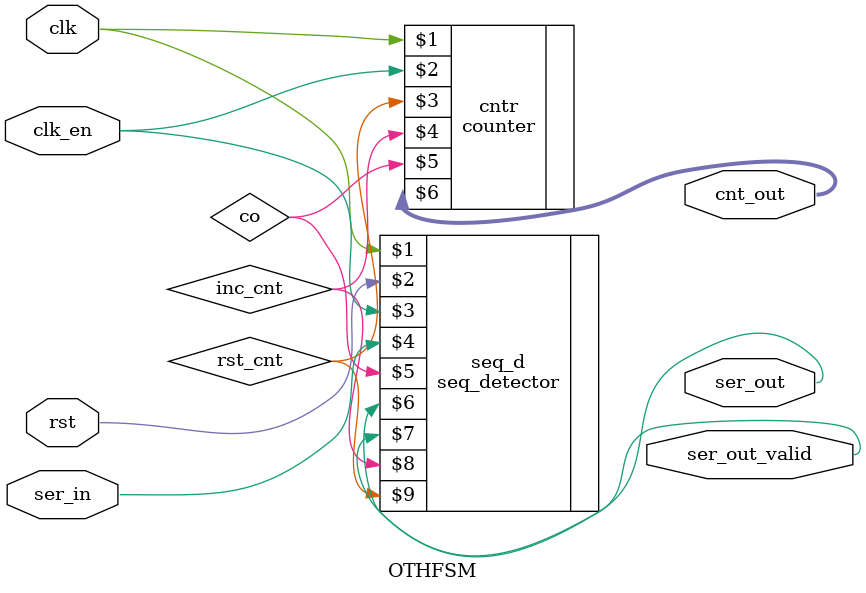
<source format=v>
module OTHFSM(clk, rst, clk_en, ser_in,
              ser_out, ser_out_valid, cnt_out);

    input clk, rst, clk_en, ser_in;
    output ser_out, ser_out_valid;
    output [3:0] cnt_out;

    wire co, inc_cnt, rst_cnt;

    seq_detector seq_d(
        clk, rst, clk_en, ser_in, co, 
        ser_out, ser_out_valid, inc_cnt, rst_cnt
    );

    counter cntr(
        clk, clk_en, rst_cnt, inc_cnt, co, cnt_out
    );
    
endmodule
</source>
